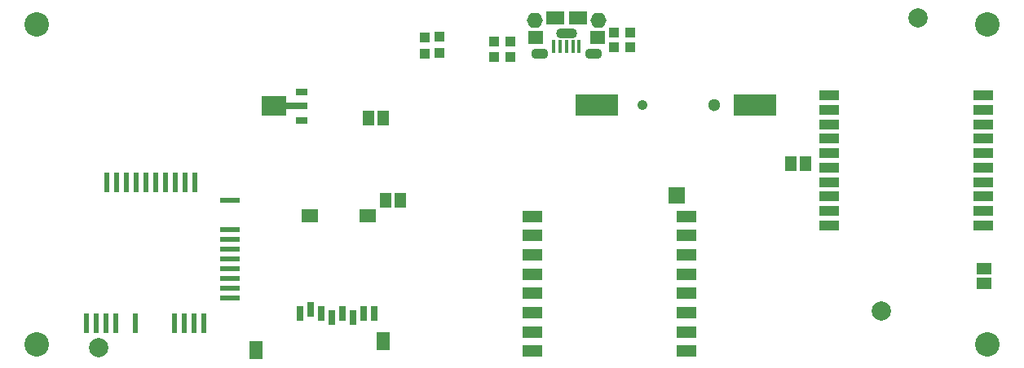
<source format=gbr>
G04 #@! TF.GenerationSoftware,KiCad,Pcbnew,(5.0.0)*
G04 #@! TF.CreationDate,2018-12-27T15:31:04-06:00*
G04 #@! TF.ProjectId,fk-core,666B2D636F72652E6B696361645F7063,0.1*
G04 #@! TF.SameCoordinates,PX791ddc0PY791ddc0*
G04 #@! TF.FileFunction,Soldermask,Bot*
G04 #@! TF.FilePolarity,Negative*
%FSLAX46Y46*%
G04 Gerber Fmt 4.6, Leading zero omitted, Abs format (unit mm)*
G04 Created by KiCad (PCBNEW (5.0.0)) date 12/27/18 15:31:04*
%MOMM*%
%LPD*%
G01*
G04 APERTURE LIST*
%ADD10R,1.600000X1.400000*%
%ADD11R,0.400000X1.350000*%
%ADD12R,1.900000X1.400000*%
%ADD13O,1.651000X1.600000*%
%ADD14O,1.800000X1.100000*%
%ADD15O,2.200000X1.100000*%
%ADD16R,2.100000X0.600000*%
%ADD17R,0.600000X2.100000*%
%ADD18R,0.698500X1.498600*%
%ADD19R,1.798320X1.399540*%
%ADD20R,1.399540X1.899920*%
%ADD21R,1.600200X1.168400*%
%ADD22R,1.700000X1.700000*%
%ADD23R,1.998980X1.000760*%
%ADD24R,4.500000X2.300000*%
%ADD25C,1.050000*%
%ADD26C,1.300000*%
%ADD27C,2.000000*%
%ADD28R,1.100000X1.000000*%
%ADD29R,2.000000X1.300000*%
%ADD30R,1.168400X1.600200*%
%ADD31R,1.200000X0.800000*%
%ADD32R,2.200000X0.800000*%
%ADD33R,2.500000X2.000000*%
%ADD34C,2.540000*%
%ADD35R,1.000000X1.100000*%
G04 APERTURE END LIST*
D10*
G04 #@! TO.C,J9*
X7361000Y14509000D03*
D11*
X4161000Y13589000D03*
D12*
X5361000Y16509000D03*
D13*
X861000Y16259000D03*
D12*
X2961000Y16509000D03*
D13*
X7461000Y16259000D03*
D11*
X3511000Y13589000D03*
X2861000Y13589000D03*
X4811000Y13589000D03*
X5461000Y13589000D03*
D10*
X961000Y14509000D03*
G04 #@! TD*
D14*
G04 #@! TO.C,J16*
X6991000Y12827000D03*
X1391000Y12827000D03*
D15*
X4191000Y14977000D03*
G04 #@! TD*
D16*
G04 #@! TO.C,U1*
X-30795100Y-5459730D03*
X-30795100Y-6475730D03*
X-30795100Y-7491731D03*
X-30795100Y-8507731D03*
X-30795100Y-9523730D03*
X-30795100Y-10539730D03*
X-30795100Y-11555730D03*
X-30795100Y-12571730D03*
X-30795100Y-2411730D03*
D17*
X-36514550Y-15242130D03*
X-35498550Y-15242130D03*
X-34482550Y-15242130D03*
X-33466550Y-15242130D03*
X-40578550Y-15242130D03*
X-42610553Y-15242130D03*
X-43626550Y-15242130D03*
X-44642550Y-15242130D03*
X-45658550Y-15242130D03*
X-34474330Y-511860D03*
X-35490330Y-511860D03*
X-36506330Y-511860D03*
X-37522330Y-511860D03*
X-38538330Y-511860D03*
X-39554330Y-511860D03*
X-40570330Y-511860D03*
X-41586334Y-511860D03*
X-42602334Y-511860D03*
X-43618330Y-511860D03*
G04 #@! TD*
D18*
G04 #@! TO.C,M7*
X-23477220Y-14193520D03*
X-22377400Y-13794740D03*
X-21277580Y-14193520D03*
X-20177760Y-14594840D03*
X-19077940Y-14193520D03*
X-17975580Y-14594840D03*
X-16875760Y-14193520D03*
X-15775940Y-14193520D03*
D19*
X-16476980Y-3995420D03*
X-22476460Y-3995420D03*
D20*
X-14876780Y-17094200D03*
X-28077160Y-17995900D03*
G04 #@! TD*
D21*
G04 #@! TO.C,J12*
X47498000Y-11049000D03*
X47498000Y-9525000D03*
G04 #@! TD*
D22*
G04 #@! TO.C,J4*
X15621000Y-1905000D03*
G04 #@! TD*
D23*
G04 #@! TO.C,U10*
X31419800Y-5021580D03*
X31419800Y-3522980D03*
X31419800Y-2021840D03*
X31419800Y-523240D03*
X31419800Y977900D03*
X31419800Y2476500D03*
X31419800Y3977640D03*
X31419800Y5476240D03*
X31419800Y6977380D03*
X31419800Y8475980D03*
X47421800Y8475980D03*
X47421800Y6977380D03*
X47421800Y5476240D03*
X47421800Y3977640D03*
X47421800Y2476500D03*
X47421800Y977900D03*
X47421800Y-523240D03*
X47421800Y-2021840D03*
X47421800Y-3522980D03*
X47421800Y-5021580D03*
G04 #@! TD*
D24*
G04 #@! TO.C,BT1*
X23723600Y7518400D03*
X7323600Y7518400D03*
D25*
X12023600Y7518400D03*
D26*
X19473600Y7518400D03*
G04 #@! TD*
D27*
G04 #@! TO.C,M9*
X40640000Y16510000D03*
G04 #@! TD*
G04 #@! TO.C,M10*
X-44450000Y-17780000D03*
G04 #@! TD*
G04 #@! TO.C,M11*
X36830000Y-13970000D03*
G04 #@! TD*
D28*
G04 #@! TO.C,R23*
X9106800Y15011400D03*
X10806800Y15011400D03*
G04 #@! TD*
G04 #@! TO.C,R30*
X9095000Y13487400D03*
X10795000Y13487400D03*
G04 #@! TD*
D29*
G04 #@! TO.C,U3*
X636000Y-18096000D03*
X636000Y-16096000D03*
X636000Y-14096000D03*
X636000Y-12096000D03*
X636000Y-10096000D03*
X636000Y-8096000D03*
X636000Y-6096000D03*
X636000Y-4096000D03*
X16636000Y-4096000D03*
X16636000Y-6096000D03*
X16636000Y-8096000D03*
X16636000Y-10096000D03*
X16636000Y-12096000D03*
X16636000Y-14096000D03*
X16636000Y-16096000D03*
X16636000Y-18096000D03*
G04 #@! TD*
D30*
G04 #@! TO.C,J2*
X-13081000Y-2413000D03*
X-14605000Y-2413000D03*
G04 #@! TD*
G04 #@! TO.C,J14*
X-16357600Y6146800D03*
X-14833600Y6146800D03*
G04 #@! TD*
D31*
G04 #@! TO.C,U14*
X-23345200Y8866000D03*
D32*
X-23845200Y7366000D03*
D31*
X-23345200Y5866000D03*
D33*
X-26195200Y7366000D03*
G04 #@! TD*
D28*
G04 #@! TO.C,C14*
X-3339276Y12452695D03*
X-1639276Y12452695D03*
G04 #@! TD*
D30*
G04 #@! TO.C,J1*
X28956000Y1397000D03*
X27432000Y1397000D03*
G04 #@! TD*
D34*
G04 #@! TO.C,M1*
X47865000Y-17365000D03*
G04 #@! TD*
G04 #@! TO.C,M3*
X-50865000Y-17365000D03*
G04 #@! TD*
G04 #@! TO.C,M4*
X47865000Y15865000D03*
G04 #@! TD*
G04 #@! TO.C,M6*
X-50865000Y15865000D03*
G04 #@! TD*
D35*
G04 #@! TO.C,R26*
X-10591800Y14540600D03*
X-10591800Y12840600D03*
G04 #@! TD*
G04 #@! TO.C,R27*
X-9067800Y14566000D03*
X-9067800Y12866000D03*
G04 #@! TD*
D28*
G04 #@! TO.C,R31*
X-1639276Y14103695D03*
X-3339276Y14103695D03*
G04 #@! TD*
M02*

</source>
